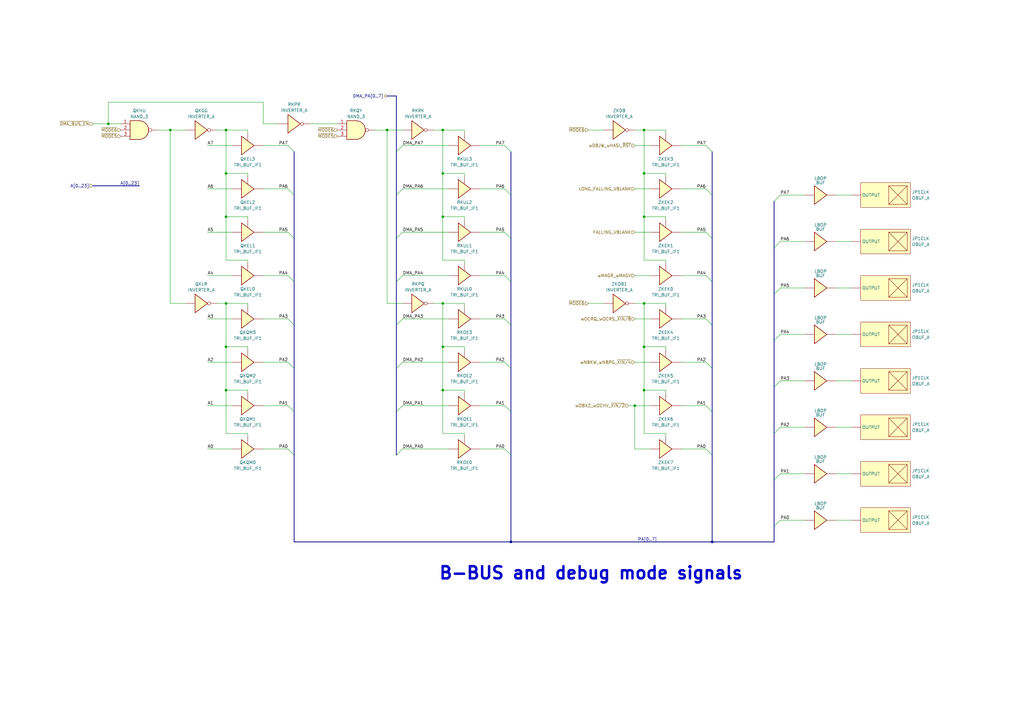
<source format=kicad_sch>
(kicad_sch (version 20230121) (generator eeschema)
  (paper "A3")
  (lib_symbols
    (symbol "Ricoh_Cells:BUF" (pin_numbers hide) (pin_names hide)
      (property "Reference" "U?" (at 0 5.08 0))
      (property "Value" "BUF" (at 0 -5.08 0))
      (symbol "BUF_1_0"
        (polyline (pts (xy -2.54 3.81) (xy -2.54 -3.81) (xy 2.54 0) (xy -2.54 3.81)) (stroke (width 0.254)) (fill (type background)))
        (pin input line (at -6.35 0 0) (length 3.81) (name "~") (number "1"))
        (pin output line (at 6.35 0 180) (length 3.81) (name "~") (number "2"))
      )
    )
    (symbol "Ricoh_Cells:INVERTER_A" (pin_numbers hide) (pin_names hide)
      (property "Reference" "U?" (at 0 5.08 0))
      (property "Value" "INVERTER_A" (at 0 -5.08 0))
      (symbol "INVERTER_A_1_0"
        (polyline (pts (xy -2.54 3.81) (xy -2.54 -3.81) (xy 2.54 0) (xy -2.54 3.81)) (stroke (width 0.254)) (fill (type background)))
        (pin input line (at -6.35 0 0) (length 3.81) (name "~") (number "1"))
        (pin output inverted (at 6.35 0 180) (length 3.81) (name "~") (number "2"))
      )
    )
    (symbol "Ricoh_Cells:NAND_3" (pin_names hide)
      (property "Reference" "U" (at 0 5.08 0))
      (property "Value" "NAND_3" (at 0 -5.08 0))
      (symbol "NAND_3_1_1"
        (arc (start 0 -3.81) (mid 3.7825 0) (end 0 3.81) (stroke (width 0.254)) (fill (type background)))
        (polyline (pts (xy 0 3.81) (xy -3.81 3.81) (xy -3.81 -3.81) (xy 0 -3.81)) (stroke (width 0.254)) (fill (type background)))
        (pin input line (at -7.62 2.54 0) (length 3.81) (name "~") (number "1"))
        (pin input line (at -7.62 0 0) (length 3.81) (name "~") (number "2"))
        (pin input line (at -7.62 -2.54 0) (length 3.81) (name "~") (number "3"))
        (pin output inverted (at 7.62 0 180) (length 3.81) (name "~") (number "4"))
      )
    )
    (symbol "Ricoh_Cells:OBUF_A" (pin_numbers hide)
      (property "Reference" "U" (at 0 6.35 0))
      (property "Value" "OBUF_A" (at 0 -6.35 0))
      (symbol "OBUF_A_0_1"
        (rectangle (start -10.16 5.08) (end 10.16 -5.08) (fill (type background)))
        (rectangle (start -8.89 3.81) (end -1.27 -3.81))
        (polyline (pts (xy -8.89 -3.81) (xy -1.27 3.81)))
        (polyline (pts (xy -1.27 -3.81) (xy -8.89 3.81)))
      )
      (symbol "OBUF_A_1_1"
        (pin input line (at 13.97 0 180) (length 3.81) (name "OUTPUT") (number "1"))
      )
    )
    (symbol "Ricoh_Cells:TRI_BUF_IF1" (pin_numbers hide) (pin_names hide)
      (property "Reference" "U10" (at 0 -5.5325 0))
      (property "Value" "TRI_BUF_IF1" (at 0 -7.4535 0))
      (symbol "TRI_BUF_IF1_1_0"
        (polyline (pts (xy -2.54 3.81) (xy -2.54 -3.81) (xy 2.54 0) (xy -2.54 3.81)) (stroke (width 0.254)) (fill (type background)))
        (pin input line (at -6.35 0 0) (length 3.81) (name "IN") (number "1"))
        (pin input line (at -6.35 0 0) (length 3.81) hide (name "IN") (number "3"))
        (pin tri_state line (at 6.35 0 180) (length 3.81) (name "~") (number "4"))
      )
      (symbol "TRI_BUF_IF1_1_1"
        (pin input line (at 0 5.08 270) (length 3) (name "~{ENA}") (number "2"))
      )
    )
  )
  (junction (at 292.1 222.25))
  (junction (at 92.71 88.9))
  (junction (at 264.16 142.24))
  (junction (at 44.45 50.8))
  (junction (at 92.71 160.02))
  (junction (at 181.61 71.12))
  (junction (at 181.61 124.46))
  (junction (at 264.16 124.46))
  (junction (at 92.71 71.12))
  (junction (at 181.61 142.24))
  (junction (at 264.16 53.34))
  (junction (at 181.61 160.02))
  (junction (at 264.16 88.9))
  (junction (at 260.35 166.37))
  (junction (at 181.61 88.9))
  (junction (at 264.16 160.02))
  (junction (at 69.85 53.34))
  (junction (at 92.71 142.24))
  (junction (at 264.16 71.12))
  (junction (at 181.61 53.34))
  (junction (at 158.75 53.34))
  (junction (at 92.71 124.46))
  (junction (at 209.55 222.25))
  (junction (at 92.71 53.34))
  (bus_entry (at 165.1 77.47) (size -2.54 2.54))
  (bus_entry (at 165.1 148.59) (size -2.54 2.54))
  (bus_entry (at 320.04 175.26) (size -2.54 2.54))
  (bus_entry (at 207.01 113.03) (size 2.54 2.54))
  (bus_entry (at 118.11 95.25) (size 2.54 2.54))
  (bus_entry (at 118.11 184.15) (size 2.54 2.54))
  (bus_entry (at 289.56 148.59) (size 2.54 2.54))
  (bus_entry (at 165.1 95.25) (size -2.54 2.54))
  (bus_entry (at 207.01 148.59) (size 2.54 2.54))
  (bus_entry (at 165.1 184.15) (size -2.54 2.54))
  (bus_entry (at 207.01 130.81) (size 2.54 2.54))
  (bus_entry (at 165.1 166.37) (size -2.54 2.54))
  (bus_entry (at 118.11 59.69) (size 2.54 2.54))
  (bus_entry (at 165.1 130.81) (size -2.54 2.54))
  (bus_entry (at 207.01 95.25) (size 2.54 2.54))
  (bus_entry (at 320.04 99.06) (size -2.54 2.54))
  (bus_entry (at 289.56 130.81) (size 2.54 2.54))
  (bus_entry (at 289.56 95.25) (size 2.54 2.54))
  (bus_entry (at 207.01 166.37) (size 2.54 2.54))
  (bus_entry (at 165.1 113.03) (size -2.54 2.54))
  (bus_entry (at 320.04 137.16) (size -2.54 2.54))
  (bus_entry (at 320.04 80.01) (size -2.54 2.54))
  (bus_entry (at 165.1 59.69) (size -2.54 2.54))
  (bus_entry (at 289.56 77.47) (size 2.54 2.54))
  (bus_entry (at 118.11 113.03) (size 2.54 2.54))
  (bus_entry (at 320.04 156.21) (size -2.54 2.54))
  (bus_entry (at 289.56 184.15) (size 2.54 2.54))
  (bus_entry (at 320.04 194.31) (size -2.54 2.54))
  (bus_entry (at 207.01 77.47) (size 2.54 2.54))
  (bus_entry (at 118.11 77.47) (size 2.54 2.54))
  (bus_entry (at 207.01 184.15) (size 2.54 2.54))
  (bus_entry (at 320.04 213.36) (size -2.54 2.54))
  (bus_entry (at 320.04 118.11) (size -2.54 2.54))
  (bus_entry (at 289.56 166.37) (size 2.54 2.54))
  (bus_entry (at 118.11 166.37) (size 2.54 2.54))
  (bus_entry (at 118.11 148.59) (size 2.54 2.54))
  (bus_entry (at 289.56 59.69) (size 2.54 2.54))
  (bus_entry (at 207.01 59.69) (size 2.54 2.54))
  (bus_entry (at 289.56 113.03) (size 2.54 2.54))
  (bus_entry (at 118.11 130.81) (size 2.54 2.54))
  (wire (pts (xy 101.6 71.12) (xy 92.71 71.12)))
  (bus (pts (xy 162.56 97.79) (xy 162.56 115.57)))
  (wire (pts (xy 190.5 106.68) (xy 181.61 106.68)))
  (bus (pts (xy 292.1 80.01) (xy 292.1 97.79)))
  (wire (pts (xy 101.6 177.8) (xy 92.71 177.8)))
  (wire (pts (xy 181.61 71.12) (xy 181.61 53.34)))
  (wire (pts (xy 273.05 143.51) (xy 273.05 142.24)))
  (wire (pts (xy 279.4 59.69) (xy 289.56 59.69)))
  (wire (pts (xy 190.5 72.39) (xy 190.5 71.12)))
  (bus (pts (xy 120.65 133.35) (xy 120.65 151.13)))
  (wire (pts (xy 279.4 77.47) (xy 289.56 77.47)))
  (wire (pts (xy 264.16 160.02) (xy 264.16 142.24)))
  (bus (pts (xy 292.1 133.35) (xy 292.1 151.13)))
  (wire (pts (xy 196.85 130.81) (xy 207.01 130.81)))
  (wire (pts (xy 101.6 143.51) (xy 101.6 142.24)))
  (bus (pts (xy 209.55 151.13) (xy 209.55 168.91)))
  (wire (pts (xy 196.85 166.37) (xy 207.01 166.37)))
  (wire (pts (xy 165.1 148.59) (xy 184.15 148.59)))
  (wire (pts (xy 279.4 148.59) (xy 289.56 148.59)))
  (wire (pts (xy 190.5 54.61) (xy 190.5 53.34)))
  (bus (pts (xy 162.56 151.13) (xy 162.56 168.91)))
  (wire (pts (xy 273.05 106.68) (xy 264.16 106.68)))
  (bus (pts (xy 317.5 120.65) (xy 317.5 139.7)))
  (bus (pts (xy 292.1 97.79) (xy 292.1 115.57)))
  (wire (pts (xy 181.61 160.02) (xy 190.5 160.02)))
  (bus (pts (xy 317.5 82.55) (xy 317.5 101.6)))
  (wire (pts (xy 273.05 107.95) (xy 273.05 106.68)))
  (bus (pts (xy 292.1 151.13) (xy 292.1 168.91)))
  (wire (pts (xy 107.95 130.81) (xy 118.11 130.81)))
  (wire (pts (xy 264.16 177.8) (xy 264.16 160.02)))
  (wire (pts (xy 330.2 137.16) (xy 320.04 137.16)))
  (wire (pts (xy 95.25 184.15) (xy 85.09 184.15)))
  (wire (pts (xy 158.75 53.34) (xy 153.67 53.34)))
  (wire (pts (xy 330.2 194.31) (xy 320.04 194.31)))
  (wire (pts (xy 273.05 161.29) (xy 273.05 160.02)))
  (wire (pts (xy 241.3 53.34) (xy 247.65 53.34)))
  (bus (pts (xy 292.1 115.57) (xy 292.1 133.35)))
  (bus (pts (xy 162.56 62.23) (xy 162.56 39.37)))
  (bus (pts (xy 317.5 158.75) (xy 317.5 177.8)))
  (wire (pts (xy 260.35 148.59) (xy 266.7 148.59)))
  (wire (pts (xy 330.2 213.36) (xy 320.04 213.36)))
  (bus (pts (xy 120.65 115.57) (xy 120.65 133.35)))
  (wire (pts (xy 69.85 124.46) (xy 69.85 53.34)))
  (wire (pts (xy 260.35 59.69) (xy 266.7 59.69)))
  (bus (pts (xy 120.65 168.91) (xy 120.65 186.69)))
  (wire (pts (xy 101.6 54.61) (xy 101.6 53.34)))
  (bus (pts (xy 162.56 133.35) (xy 162.56 151.13)))
  (wire (pts (xy 260.35 53.34) (xy 264.16 53.34)))
  (bus (pts (xy 209.55 168.91) (xy 209.55 186.69)))
  (bus (pts (xy 38.1 76.2) (xy 57.15 76.2)))
  (bus (pts (xy 292.1 222.25) (xy 317.5 222.25)))
  (wire (pts (xy 190.5 107.95) (xy 190.5 106.68)))
  (wire (pts (xy 107.95 41.91) (xy 44.45 41.91)))
  (wire (pts (xy 64.77 53.34) (xy 69.85 53.34)))
  (wire (pts (xy 190.5 177.8) (xy 181.61 177.8)))
  (wire (pts (xy 349.25 118.11) (xy 342.9 118.11)))
  (wire (pts (xy 273.05 90.17) (xy 273.05 88.9)))
  (wire (pts (xy 181.61 142.24) (xy 181.61 160.02)))
  (wire (pts (xy 107.95 113.03) (xy 118.11 113.03)))
  (wire (pts (xy 184.15 113.03) (xy 165.1 113.03)))
  (wire (pts (xy 330.2 99.06) (xy 320.04 99.06)))
  (wire (pts (xy 44.45 50.8) (xy 49.53 50.8)))
  (wire (pts (xy 273.05 125.73) (xy 273.05 124.46)))
  (bus (pts (xy 317.5 139.7) (xy 317.5 158.75)))
  (wire (pts (xy 158.75 53.34) (xy 165.1 53.34)))
  (wire (pts (xy 190.5 125.73) (xy 190.5 124.46)))
  (wire (pts (xy 92.71 53.34) (xy 101.6 53.34)))
  (wire (pts (xy 349.25 99.06) (xy 342.9 99.06)))
  (bus (pts (xy 120.65 222.25) (xy 209.55 222.25)))
  (bus (pts (xy 162.56 80.01) (xy 162.56 97.79)))
  (wire (pts (xy 273.05 142.24) (xy 264.16 142.24)))
  (wire (pts (xy 273.05 54.61) (xy 273.05 53.34)))
  (wire (pts (xy 95.25 95.25) (xy 85.09 95.25)))
  (wire (pts (xy 196.85 59.69) (xy 207.01 59.69)))
  (wire (pts (xy 101.6 107.95) (xy 101.6 106.68)))
  (bus (pts (xy 317.5 215.9) (xy 317.5 222.25)))
  (wire (pts (xy 165.1 95.25) (xy 184.15 95.25)))
  (wire (pts (xy 107.95 59.69) (xy 118.11 59.69)))
  (wire (pts (xy 165.1 166.37) (xy 184.15 166.37)))
  (wire (pts (xy 101.6 179.07) (xy 101.6 177.8)))
  (bus (pts (xy 209.55 133.35) (xy 209.55 151.13)))
  (wire (pts (xy 330.2 118.11) (xy 320.04 118.11)))
  (bus (pts (xy 120.65 97.79) (xy 120.65 115.57)))
  (wire (pts (xy 69.85 124.46) (xy 76.2 124.46)))
  (bus (pts (xy 120.65 186.69) (xy 120.65 222.25)))
  (wire (pts (xy 181.61 106.68) (xy 181.61 88.9)))
  (wire (pts (xy 349.25 137.16) (xy 342.9 137.16)))
  (wire (pts (xy 196.85 184.15) (xy 207.01 184.15)))
  (bus (pts (xy 209.55 97.79) (xy 209.55 115.57)))
  (bus (pts (xy 158.75 39.37) (xy 162.56 39.37)))
  (wire (pts (xy 92.71 124.46) (xy 92.71 142.24)))
  (wire (pts (xy 349.25 80.01) (xy 342.9 80.01)))
  (wire (pts (xy 101.6 161.29) (xy 101.6 160.02)))
  (wire (pts (xy 95.25 59.69) (xy 85.09 59.69)))
  (wire (pts (xy 38.1 50.8) (xy 44.45 50.8)))
  (wire (pts (xy 44.45 41.91) (xy 44.45 50.8)))
  (wire (pts (xy 266.7 184.15) (xy 260.35 184.15)))
  (wire (pts (xy 260.35 166.37) (xy 260.35 184.15)))
  (wire (pts (xy 196.85 77.47) (xy 207.01 77.47)))
  (bus (pts (xy 317.5 101.6) (xy 317.5 120.65)))
  (wire (pts (xy 181.61 88.9) (xy 181.61 71.12)))
  (bus (pts (xy 317.5 196.85) (xy 317.5 215.9)))
  (wire (pts (xy 349.25 156.21) (xy 342.9 156.21)))
  (wire (pts (xy 190.5 88.9) (xy 181.61 88.9)))
  (bus (pts (xy 120.65 62.23) (xy 120.65 80.01)))
  (wire (pts (xy 260.35 124.46) (xy 264.16 124.46)))
  (bus (pts (xy 292.1 62.23) (xy 292.1 80.01)))
  (wire (pts (xy 260.35 77.47) (xy 266.7 77.47)))
  (wire (pts (xy 330.2 80.01) (xy 320.04 80.01)))
  (bus (pts (xy 162.56 115.57) (xy 162.56 133.35)))
  (wire (pts (xy 181.61 124.46) (xy 181.61 142.24)))
  (bus (pts (xy 292.1 222.25) (xy 292.1 186.69)))
  (wire (pts (xy 107.95 50.8) (xy 114.3 50.8)))
  (bus (pts (xy 162.56 62.23) (xy 162.56 80.01)))
  (wire (pts (xy 101.6 106.68) (xy 92.71 106.68)))
  (bus (pts (xy 209.55 62.23) (xy 209.55 80.01)))
  (wire (pts (xy 273.05 177.8) (xy 264.16 177.8)))
  (wire (pts (xy 101.6 125.73) (xy 101.6 124.46)))
  (wire (pts (xy 107.95 50.8) (xy 107.95 41.91)))
  (bus (pts (xy 209.55 115.57) (xy 209.55 133.35)))
  (wire (pts (xy 107.95 95.25) (xy 118.11 95.25)))
  (wire (pts (xy 92.71 160.02) (xy 101.6 160.02)))
  (wire (pts (xy 273.05 160.02) (xy 264.16 160.02)))
  (bus (pts (xy 120.65 151.13) (xy 120.65 168.91)))
  (bus (pts (xy 209.55 80.01) (xy 209.55 97.79)))
  (wire (pts (xy 92.71 124.46) (xy 101.6 124.46)))
  (bus (pts (xy 209.55 186.69) (xy 209.55 222.25)))
  (bus (pts (xy 209.55 222.25) (xy 292.1 222.25)))
  (wire (pts (xy 101.6 90.17) (xy 101.6 88.9)))
  (wire (pts (xy 264.16 124.46) (xy 273.05 124.46)))
  (wire (pts (xy 181.61 160.02) (xy 181.61 177.8)))
  (wire (pts (xy 349.25 175.26) (xy 342.9 175.26)))
  (wire (pts (xy 92.71 160.02) (xy 92.71 177.8)))
  (wire (pts (xy 264.16 88.9) (xy 264.16 71.12)))
  (wire (pts (xy 279.4 166.37) (xy 289.56 166.37)))
  (wire (pts (xy 279.4 95.25) (xy 289.56 95.25)))
  (wire (pts (xy 165.1 130.81) (xy 184.15 130.81)))
  (wire (pts (xy 264.16 106.68) (xy 264.16 88.9)))
  (wire (pts (xy 349.25 194.31) (xy 342.9 194.31)))
  (wire (pts (xy 165.1 77.47) (xy 184.15 77.47)))
  (wire (pts (xy 190.5 179.07) (xy 190.5 177.8)))
  (wire (pts (xy 95.25 113.03) (xy 85.09 113.03)))
  (wire (pts (xy 165.1 184.15) (xy 184.15 184.15)))
  (wire (pts (xy 177.8 124.46) (xy 181.61 124.46)))
  (wire (pts (xy 107.95 166.37) (xy 118.11 166.37)))
  (wire (pts (xy 190.5 71.12) (xy 181.61 71.12)))
  (wire (pts (xy 158.75 124.46) (xy 165.1 124.46)))
  (wire (pts (xy 181.61 124.46) (xy 190.5 124.46)))
  (wire (pts (xy 95.25 166.37) (xy 85.09 166.37)))
  (wire (pts (xy 273.05 88.9) (xy 264.16 88.9)))
  (wire (pts (xy 330.2 175.26) (xy 320.04 175.26)))
  (wire (pts (xy 92.71 106.68) (xy 92.71 88.9)))
  (wire (pts (xy 260.35 130.81) (xy 266.7 130.81)))
  (wire (pts (xy 107.95 148.59) (xy 118.11 148.59)))
  (wire (pts (xy 92.71 142.24) (xy 92.71 160.02)))
  (wire (pts (xy 95.25 130.81) (xy 85.09 130.81)))
  (wire (pts (xy 196.85 113.03) (xy 207.01 113.03)))
  (bus (pts (xy 120.65 80.01) (xy 120.65 97.79)))
  (wire (pts (xy 190.5 142.24) (xy 181.61 142.24)))
  (wire (pts (xy 273.05 179.07) (xy 273.05 177.8)))
  (wire (pts (xy 279.4 113.03) (xy 289.56 113.03)))
  (wire (pts (xy 196.85 148.59) (xy 207.01 148.59)))
  (wire (pts (xy 257.81 166.37) (xy 260.35 166.37)))
  (wire (pts (xy 279.4 184.15) (xy 289.56 184.15)))
  (wire (pts (xy 95.25 77.47) (xy 85.09 77.47)))
  (wire (pts (xy 279.4 130.81) (xy 289.56 130.81)))
  (wire (pts (xy 260.35 95.25) (xy 266.7 95.25)))
  (wire (pts (xy 158.75 124.46) (xy 158.75 53.34)))
  (wire (pts (xy 330.2 156.21) (xy 320.04 156.21)))
  (wire (pts (xy 101.6 72.39) (xy 101.6 71.12)))
  (bus (pts (xy 162.56 168.91) (xy 162.56 186.69)))
  (wire (pts (xy 264.16 142.24) (xy 264.16 124.46)))
  (wire (pts (xy 264.16 53.34) (xy 273.05 53.34)))
  (wire (pts (xy 190.5 143.51) (xy 190.5 142.24)))
  (wire (pts (xy 92.71 88.9) (xy 92.71 71.12)))
  (wire (pts (xy 190.5 90.17) (xy 190.5 88.9)))
  (wire (pts (xy 266.7 113.03) (xy 260.35 113.03)))
  (wire (pts (xy 127 50.8) (xy 138.43 50.8)))
  (wire (pts (xy 264.16 71.12) (xy 264.16 53.34)))
  (wire (pts (xy 165.1 59.69) (xy 184.15 59.69)))
  (bus (pts (xy 292.1 168.91) (xy 292.1 186.69)))
  (wire (pts (xy 181.61 53.34) (xy 190.5 53.34)))
  (wire (pts (xy 92.71 71.12) (xy 92.71 53.34)))
  (wire (pts (xy 241.3 124.46) (xy 247.65 124.46)))
  (wire (pts (xy 88.9 53.34) (xy 92.71 53.34)))
  (bus (pts (xy 317.5 177.8) (xy 317.5 196.85)))
  (wire (pts (xy 107.95 184.15) (xy 118.11 184.15)))
  (wire (pts (xy 190.5 161.29) (xy 190.5 160.02)))
  (wire (pts (xy 260.35 166.37) (xy 266.7 166.37)))
  (wire (pts (xy 88.9 124.46) (xy 92.71 124.46)))
  (wire (pts (xy 101.6 142.24) (xy 92.71 142.24)))
  (wire (pts (xy 101.6 88.9) (xy 92.71 88.9)))
  (wire (pts (xy 177.8 53.34) (xy 181.61 53.34)))
  (wire (pts (xy 349.25 213.36) (xy 342.9 213.36)))
  (wire (pts (xy 69.85 53.34) (xy 76.2 53.34)))
  (wire (pts (xy 107.95 77.47) (xy 118.11 77.47)))
  (wire (pts (xy 273.05 72.39) (xy 273.05 71.12)))
  (wire (pts (xy 196.85 95.25) (xy 207.01 95.25)))
  (wire (pts (xy 95.25 148.59) (xy 85.09 148.59)))
  (wire (pts (xy 273.05 71.12) (xy 264.16 71.12)))
  (text "B-BUS and debug mode signals" (at 179.705 238.125 0) (effects (font (size 5 5) (thickness 1) bold) (justify left bottom)))
  (label "PA4" (at 320.04 137.16 0))
  (label "PA3" (at 207.01 130.81 180))
  (label "PA3" (at 118.11 130.81 180))
  (label "PA6" (at 207.01 77.47 180))
  (label "A3" (at 85.09 130.81 0))
  (label "PA[0..7]" (at 261.62 222.25 0))
  (label "A5" (at 85.09 95.25 0))
  (label "DMA_PA1" (at 165.1 166.37 0))
  (label "PA7" (at 118.11 59.69 180))
  (label "DMA_PA6" (at 165.1 77.47 0))
  (label "PA6" (at 118.11 77.47 180))
  (label "A7" (at 85.09 59.69 0))
  (label "DMA_PA0" (at 165.1 184.15 0))
  (label "PA4" (at 207.01 113.03 180))
  (label "A[0..23]" (at 57.15 76.2 180))
  (label "PA1" (at 207.01 166.37 180))
  (label "PA2" (at 207.01 148.59 180))
  (label "PA7" (at 320.04 80.01 0))
  (label "DMA_PA5" (at 165.1 95.25 0))
  (label "PA7" (at 289.56 59.69 180))
  (label "PA5" (at 289.56 95.25 180))
  (label "PA0" (at 207.01 184.15 180))
  (label "PA1" (at 320.04 194.31 0))
  (label "DMA_PA3" (at 165.1 130.81 0))
  (label "PA6" (at 289.56 77.47 180))
  (label "PA6" (at 320.04 99.06 0))
  (label "PA5" (at 320.04 118.11 0))
  (label "PA2" (at 118.11 148.59 180))
  (label "DMA_PA4" (at 165.1 113.03 0))
  (label "PA1" (at 289.56 166.37 180))
  (label "DMA_PA2" (at 165.1 148.59 0))
  (label "PA2" (at 320.04 175.26 0))
  (label "PA1" (at 118.11 166.37 180))
  (label "PA5" (at 207.01 95.25 180))
  (label "PA4" (at 118.11 113.03 180))
  (label "PA4" (at 289.56 113.03 180))
  (label "PA0" (at 320.04 213.36 0))
  (label "PA0" (at 118.11 184.15 180))
  (label "PA5" (at 118.11 95.25 180))
  (label "PA2" (at 289.56 148.59 180))
  (label "PA3" (at 289.56 130.81 180))
  (label "DMA_PA7" (at 165.1 59.69 0))
  (label "A2" (at 85.09 148.59 0))
  (label "PA7" (at 207.01 59.69 180))
  (label "A6" (at 85.09 77.47 0))
  (label "A1" (at 85.09 166.37 0))
  (label "A0" (at 85.09 184.15 0))
  (label "PA0" (at 289.56 184.15 180))
  (label "PA3" (at 320.04 156.21 0))
  (label "A4" (at 85.09 113.03 0))
  (hierarchical_label "A[0..23]" (shape input) (at 38.1 76.2 180))
  (hierarchical_label "FALLING_VBLANK" (shape input) (at 260.35 95.25 180))
  (hierarchical_label "~{MODE6}" (shape input) (at 138.43 53.34 180))
  (hierarchical_label "~{MODE6}" (shape input) (at 49.53 53.34 180))
  (hierarchical_label "wDBJW_wHASI_~{RST}" (shape input) (at 260.35 59.69 180))
  (hierarchical_label "wMAGR_wMAGV" (shape input) (at 260.35 113.03 180))
  (hierarchical_label "wOCRQ_wOCRS_~{XIN{slash}8}" (shape input) (at 260.35 130.81 180))
  (hierarchical_label "~{MODE6}" (shape input) (at 241.3 53.34 180))
  (hierarchical_label "LONG_FALLING_VBLANK" (shape input) (at 260.35 77.47 180))
  (hierarchical_label "~{MODE6}" (shape input) (at 241.3 124.46 180))
  (hierarchical_label "~{MODE5}" (shape input) (at 49.53 55.88 180))
  (hierarchical_label "wNBKW_wNBPG_~{XIN{slash}4}" (shape input) (at 260.35 148.59 180))
  (hierarchical_label "DMA_PA[0..7]" (shape tri_state) (at 158.75 39.37 180))
  (hierarchical_label "~{DMA_BUS_EN}" (shape input) (at 38.1 50.8 180))
  (hierarchical_label "wOBXZ_wOCHV_~{XIN{slash}2}" (shape input) (at 257.81 166.37 180))
  (hierarchical_label "~{MODE5}" (shape input) (at 138.43 55.88 180))
  (symbol (lib_id "Ricoh_Cells:TRI_BUF_IF1") (at 190.5 184.15 0) (unit 1)
    (property "Reference" "RKOE0" (at 190.5 189.6801 0))
    (property "Value" "TRI_BUF_IF1" (at 190.5 192.1043 0))
    (instances (project "S-CPU" (path "" (reference "RKOE0") (unit 1)) (path "" (reference "RKOE0") (unit 1)) (path "" (reference "RKOE7") (unit 1)) (path "" (reference "RKOE0") (unit 1))))
  )
  (symbol (lib_id "Ricoh_Cells:TRI_BUF_IF1") (at 273.05 184.15 0) (unit 1)
    (property "Reference" "ZKEK7" (at 273.05 189.6801 0))
    (property "Value" "TRI_BUF_IF1" (at 273.05 192.1043 0))
    (instances (project "S-CPU" (path "" (reference "ZKEK7") (unit 1)) (path "" (reference "TKJG0") (unit 1)) (path "" (reference "ZKEK15") (unit 1)) (path "" (reference "ZKEK7") (unit 1))))
  )
  (symbol (lib_id "Ricoh_Cells:INVERTER_A") (at 254 53.34 0) (unit 1)
    (property "Reference" "ZKDB" (at 254 45.3857 0))
    (property "Value" "INVERTER_A" (at 254 47.8099 0))
    (property "Datasheet" "http://iceboy.a-singer.de/doc/dmg_cells.html#inv_a" (effects hide))
    (instances (project "S-CPU" (path "" (reference "ZKDB") (unit 1)) (path "" (reference "ZKDB") (unit 1)) (path "" (reference "ZKDB2") (unit 1)) (path "" (reference "ZKDB") (unit 1))))
  )
  (symbol (lib_id "Ricoh_Cells:INVERTER_A") (at 82.55 124.46 0) (unit 1)
    (property "Reference" "QKLR" (at 82.55 116.5057 0))
    (property "Value" "INVERTER_A" (at 82.55 118.9299 0))
    (property "Datasheet" "http://iceboy.a-singer.de/doc/dmg_cells.html#inv_a" (effects hide))
    (instances (project "S-CPU" (path "" (reference "QKLR") (unit 1)) (path "" (reference "QKLR") (unit 1)) (path "" (reference "QKLR1") (unit 1)) (path "" (reference "QKLR") (unit 1))))
  )
  (symbol (lib_id "Ricoh_Cells:BUF") (at 336.55 137.16 0) (unit 1)
    (property "Reference" "LBOP" (at 336.55 130.3401 0))
    (property "Value" "BUF" (at 336.55 132.08 0))
    (property "Datasheet" "http://www.ti.com/lit/ds/symlink/cd4010b-q1.pdf" (effects hide))
    (instances (project "S-CPU" (path "" (reference "LBOP") (unit 1)) (path "" (reference "ESGD") (unit 1)) (path "" (reference "LBOP4") (unit 1))))
  )
  (symbol (lib_id "Ricoh_Cells:INVERTER_A") (at 82.55 53.34 0) (unit 1)
    (property "Reference" "QKGG" (at 82.55 45.3857 0))
    (property "Value" "INVERTER_A" (at 82.55 47.8099 0))
    (property "Datasheet" "http://iceboy.a-singer.de/doc/dmg_cells.html#inv_a" (effects hide))
    (instances (project "S-CPU" (path "" (reference "QKGG") (unit 1)) (path "" (reference "QKGG") (unit 1)) (path "" (reference "QKGG1") (unit 1)) (path "" (reference "QKGG") (unit 1))))
  )
  (symbol (lib_id "Ricoh_Cells:INVERTER_A") (at 171.45 53.34 0) (unit 1)
    (property "Reference" "RKRK" (at 171.45 45.3857 0))
    (property "Value" "INVERTER_A" (at 171.45 47.8099 0))
    (property "Datasheet" "http://iceboy.a-singer.de/doc/dmg_cells.html#inv_a" (effects hide))
    (instances (project "S-CPU" (path "" (reference "RKRK") (unit 1)) (path "" (reference "RKRK") (unit 1)) (path "" (reference "RKRK1") (unit 1)) (path "" (reference "RKRK") (unit 1))))
  )
  (symbol (lib_id "Ricoh_Cells:OBUF_A") (at 363.22 194.31 0) (mirror y) (unit 1)
    (property "Reference" "JP1CLK" (at 374.015 193.0979 0) (effects (justify right)))
    (property "Value" "OBUF_A" (at 374.015 195.5221 0) (effects (justify right)))
    (instances (project "S-CPU" (path "" (reference "JP1CLK") (unit 1)) (path "" (reference "JP1CLK") (unit 1)) (path "" (reference "PA1") (unit 1)) (path "" (reference "JP1CLK7") (unit 1))))
  )
  (symbol (lib_id "Ricoh_Cells:TRI_BUF_IF1") (at 273.05 130.81 0) (unit 1)
    (property "Reference" "ZKEK4" (at 273.05 136.3401 0))
    (property "Value" "TRI_BUF_IF1" (at 273.05 138.7643 0))
    (instances (project "S-CPU" (path "" (reference "ZKEK4") (unit 1)) (path "" (reference "TKJG3") (unit 1)) (path "" (reference "ZKEK12") (unit 1)) (path "" (reference "ZKEK4") (unit 1))))
  )
  (symbol (lib_id "Ricoh_Cells:TRI_BUF_IF1") (at 190.5 148.59 0) (unit 1)
    (property "Reference" "RKOE2" (at 190.5 154.1201 0))
    (property "Value" "TRI_BUF_IF1" (at 190.5 156.5443 0))
    (instances (project "S-CPU" (path "" (reference "RKOE2") (unit 1)) (path "" (reference "RKOE2") (unit 1)) (path "" (reference "RKOE5") (unit 1)) (path "" (reference "RKOE2") (unit 1))))
  )
  (symbol (lib_id "Ricoh_Cells:BUF") (at 336.55 194.31 0) (unit 1)
    (property "Reference" "LBOP" (at 336.55 187.4901 0))
    (property "Value" "BUF" (at 336.55 189.23 0))
    (property "Datasheet" "http://www.ti.com/lit/ds/symlink/cd4010b-q1.pdf" (effects hide))
    (instances (project "S-CPU" (path "" (reference "LBOP") (unit 1)) (path "" (reference "ESID") (unit 1)) (path "" (reference "LBOP7") (unit 1))))
  )
  (symbol (lib_id "Ricoh_Cells:TRI_BUF_IF1") (at 190.5 95.25 0) (unit 1)
    (property "Reference" "RKUL1" (at 190.5 100.7801 0))
    (property "Value" "TRI_BUF_IF1" (at 190.5 103.2043 0))
    (instances (project "S-CPU" (path "" (reference "RKUL1") (unit 1)) (path "" (reference "RKUL1") (unit 1)) (path "" (reference "RKUL7") (unit 1)) (path "" (reference "RKUL1") (unit 1))))
  )
  (symbol (lib_id "Ricoh_Cells:TRI_BUF_IF1") (at 101.6 95.25 0) (unit 1)
    (property "Reference" "QKEL1" (at 101.6 100.7801 0))
    (property "Value" "TRI_BUF_IF1" (at 101.6 103.2043 0))
    (instances (project "S-CPU" (path "" (reference "QKEL1") (unit 1)) (path "" (reference "QKEL1") (unit 1)) (path "" (reference "QKEL6") (unit 1)) (path "" (reference "QKEL1") (unit 1))))
  )
  (symbol (lib_id "Ricoh_Cells:NAND_3") (at 57.15 53.34 0) (unit 1)
    (property "Reference" "QKHU" (at 57.1362 45.3857 0))
    (property "Value" "NAND_3" (at 57.1362 47.8099 0))
    (property "Datasheet" "http://iceboy.a-singer.de/doc/dmg_cells.html#nand3" (effects hide))
    (instances (project "S-CPU" (path "" (reference "QKHU") (unit 1)) (path "" (reference "QKHU") (unit 1)) (path "" (reference "QKHU1") (unit 1)) (path "" (reference "QKHU") (unit 1))))
  )
  (symbol (lib_id "Ricoh_Cells:TRI_BUF_IF1") (at 101.6 184.15 0) (unit 1)
    (property "Reference" "QKQM0" (at 101.6 189.6801 0))
    (property "Value" "TRI_BUF_IF1" (at 101.6 192.1043 0))
    (instances (project "S-CPU" (path "" (reference "QKQM0") (unit 1)) (path "" (reference "QKQM0") (unit 1)) (path "" (reference "QKQM7") (unit 1)) (path "" (reference "QKQM0") (unit 1))))
  )
  (symbol (lib_id "Ricoh_Cells:INVERTER_A") (at 120.65 50.8 0) (unit 1)
    (property "Reference" "RKPR" (at 120.65 42.8457 0))
    (property "Value" "INVERTER_A" (at 120.65 45.2699 0))
    (property "Datasheet" "http://iceboy.a-singer.de/doc/dmg_cells.html#inv_a" (effects hide))
    (instances (project "S-CPU" (path "" (reference "RKPR") (unit 1)) (path "" (reference "RKPR") (unit 1)) (path "" (reference "RKPR1") (unit 1)) (path "" (reference "RKPR") (unit 1))))
  )
  (symbol (lib_id "Ricoh_Cells:INVERTER_A") (at 171.45 124.46 0) (unit 1)
    (property "Reference" "RKPQ" (at 171.45 116.5057 0))
    (property "Value" "INVERTER_A" (at 171.45 118.9299 0))
    (property "Datasheet" "http://iceboy.a-singer.de/doc/dmg_cells.html#inv_a" (effects hide))
    (instances (project "S-CPU" (path "" (reference "RKPQ") (unit 1)) (path "" (reference "RKPQ") (unit 1)) (path "" (reference "RKPQ1") (unit 1)) (path "" (reference "RKPQ") (unit 1))))
  )
  (symbol (lib_id "Ricoh_Cells:BUF") (at 336.55 175.26 0) (unit 1)
    (property "Reference" "LBOP" (at 336.55 168.4401 0))
    (property "Value" "BUF" (at 336.55 170.18 0))
    (property "Datasheet" "http://www.ti.com/lit/ds/symlink/cd4010b-q1.pdf" (effects hide))
    (instances (project "S-CPU" (path "" (reference "LBOP") (unit 1)) (path "" (reference "ESHU") (unit 1)) (path "" (reference "LBOP6") (unit 1))))
  )
  (symbol (lib_id "Ricoh_Cells:TRI_BUF_IF1") (at 273.05 77.47 0) (unit 1)
    (property "Reference" "ZKEK2" (at 273.05 83.0001 0))
    (property "Value" "TRI_BUF_IF1" (at 273.05 85.4243 0))
    (instances (project "S-CPU" (path "" (reference "ZKEK2") (unit 1)) (path "" (reference "ZKEK2") (unit 1)) (path "" (reference "ZKEK9") (unit 1)) (path "" (reference "ZKEK2") (unit 1))))
  )
  (symbol (lib_id "Ricoh_Cells:OBUF_A") (at 363.22 213.36 0) (mirror y) (unit 1)
    (property "Reference" "JP1CLK" (at 374.015 212.1479 0) (effects (justify right)))
    (property "Value" "OBUF_A" (at 374.015 214.5721 0) (effects (justify right)))
    (instances (project "S-CPU" (path "" (reference "JP1CLK") (unit 1)) (path "" (reference "JP1CLK") (unit 1)) (path "" (reference "PA0") (unit 1)) (path "" (reference "JP1CLK8") (unit 1))))
  )
  (symbol (lib_id "Ricoh_Cells:TRI_BUF_IF1") (at 101.6 148.59 0) (unit 1)
    (property "Reference" "QKQM2" (at 101.6 154.1201 0))
    (property "Value" "TRI_BUF_IF1" (at 101.6 156.5443 0))
    (instances (project "S-CPU" (path "" (reference "QKQM2") (unit 1)) (path "" (reference "QKQM2") (unit 1)) (path "" (reference "QKQM5") (unit 1)) (path "" (reference "QKQM2") (unit 1))))
  )
  (symbol (lib_id "Ricoh_Cells:OBUF_A") (at 363.22 156.21 0) (mirror y) (unit 1)
    (property "Reference" "JP1CLK" (at 374.015 154.9979 0) (effects (justify right)))
    (property "Value" "OBUF_A" (at 374.015 157.4221 0) (effects (justify right)))
    (instances (project "S-CPU" (path "" (reference "JP1CLK") (unit 1)) (path "" (reference "JP1CLK") (unit 1)) (path "" (reference "PA3") (unit 1)) (path "" (reference "JP1CLK5") (unit 1))))
  )
  (symbol (lib_id "Ricoh_Cells:INVERTER_A") (at 254 124.46 0) (unit 1)
    (property "Reference" "ZKDB1" (at 254 116.5057 0))
    (property "Value" "INVERTER_A" (at 254 118.9299 0))
    (property "Datasheet" "http://iceboy.a-singer.de/doc/dmg_cells.html#inv_a" (effects hide))
    (instances (project "S-CPU" (path "" (reference "ZKDB1") (unit 1)) (path "" (reference "TKIS") (unit 1)) (path "" (reference "ZKDB3") (unit 1)) (path "" (reference "ZKDB1") (unit 1))))
  )
  (symbol (lib_id "Ricoh_Cells:OBUF_A") (at 363.22 118.11 0) (mirror y) (unit 1)
    (property "Reference" "JP1CLK" (at 374.015 116.8979 0) (effects (justify right)))
    (property "Value" "OBUF_A" (at 374.015 119.3221 0) (effects (justify right)))
    (instances (project "S-CPU" (path "" (reference "JP1CLK") (unit 1)) (path "" (reference "JP1CLK") (unit 1)) (path "" (reference "PA5") (unit 1)) (path "" (reference "JP1CLK3") (unit 1))))
  )
  (symbol (lib_id "Ricoh_Cells:TRI_BUF_IF1") (at 273.05 59.69 0) (unit 1)
    (property "Reference" "ZKEK3" (at 273.05 65.2201 0))
    (property "Value" "TRI_BUF_IF1" (at 273.05 67.6443 0))
    (instances (project "S-CPU" (path "" (reference "ZKEK3") (unit 1)) (path "" (reference "ZKEK3") (unit 1)) (path "" (reference "ZKEK8") (unit 1)) (path "" (reference "ZKEK3") (unit 1))))
  )
  (symbol (lib_id "Ricoh_Cells:TRI_BUF_IF1") (at 101.6 77.47 0) (unit 1)
    (property "Reference" "QKEL2" (at 101.6 83.0001 0))
    (property "Value" "TRI_BUF_IF1" (at 101.6 85.4243 0))
    (instances (project "S-CPU" (path "" (reference "QKEL2") (unit 1)) (path "" (reference "QKEL2") (unit 1)) (path "" (reference "QKEL5") (unit 1)) (path "" (reference "QKEL2") (unit 1))))
  )
  (symbol (lib_id "Ricoh_Cells:TRI_BUF_IF1") (at 101.6 113.03 0) (unit 1)
    (property "Reference" "QKEL0" (at 101.6 118.5601 0))
    (property "Value" "TRI_BUF_IF1" (at 101.6 120.9843 0))
    (instances (project "S-CPU" (path "" (reference "QKEL0") (unit 1)) (path "" (reference "QKEL0") (unit 1)) (path "" (reference "QKEL7") (unit 1)) (path "" (reference "QKEL0") (unit 1))))
  )
  (symbol (lib_id "Ricoh_Cells:TRI_BUF_IF1") (at 190.5 166.37 0) (unit 1)
    (property "Reference" "RKOE1" (at 190.5 171.9001 0))
    (property "Value" "TRI_BUF_IF1" (at 190.5 174.3243 0))
    (instances (project "S-CPU" (path "" (reference "RKOE1") (unit 1)) (path "" (reference "RKOE1") (unit 1)) (path "" (reference "RKOE6") (unit 1)) (path "" (reference "RKOE1") (unit 1))))
  )
  (symbol (lib_id "Ricoh_Cells:TRI_BUF_IF1") (at 190.5 130.81 0) (unit 1)
    (property "Reference" "RKOE3" (at 190.5 136.3401 0))
    (property "Value" "TRI_BUF_IF1" (at 190.5 138.7643 0))
    (instances (project "S-CPU" (path "" (reference "RKOE3") (unit 1)) (path "" (reference "RKOE3") (unit 1)) (path "" (reference "RKOE4") (unit 1)) (path "" (reference "RKOE3") (unit 1))))
  )
  (symbol (lib_id "Ricoh_Cells:BUF") (at 336.55 118.11 0) (unit 1)
    (property "Reference" "LBOP" (at 336.55 111.2901 0))
    (property "Value" "BUF" (at 336.55 113.03 0))
    (property "Datasheet" "http://www.ti.com/lit/ds/symlink/cd4010b-q1.pdf" (effects hide))
    (instances (project "S-CPU" (path "" (reference "LBOP") (unit 1)) (path "" (reference "ESDQ") (unit 1)) (path "" (reference "LBOP3") (unit 1))))
  )
  (symbol (lib_id "Ricoh_Cells:TRI_BUF_IF1") (at 273.05 95.25 0) (unit 1)
    (property "Reference" "ZKEK1" (at 273.05 100.7801 0))
    (property "Value" "TRI_BUF_IF1" (at 273.05 103.2043 0))
    (instances (project "S-CPU" (path "" (reference "ZKEK1") (unit 1)) (path "" (reference "ZKEK1") (unit 1)) (path "" (reference "ZKEK10") (unit 1)) (path "" (reference "ZKEK1") (unit 1))))
  )
  (symbol (lib_id "Ricoh_Cells:TRI_BUF_IF1") (at 273.05 148.59 0) (unit 1)
    (property "Reference" "ZKEK5" (at 273.05 154.1201 0))
    (property "Value" "TRI_BUF_IF1" (at 273.05 156.5443 0))
    (instances (project "S-CPU" (path "" (reference "ZKEK5") (unit 1)) (path "" (reference "TKJG2") (unit 1)) (path "" (reference "ZKEK13") (unit 1)) (path "" (reference "ZKEK5") (unit 1))))
  )
  (symbol (lib_id "Ricoh_Cells:TRI_BUF_IF1") (at 190.5 77.47 0) (unit 1)
    (property "Reference" "RKUL2" (at 190.5 83.0001 0))
    (property "Value" "TRI_BUF_IF1" (at 190.5 85.4243 0))
    (instances (project "S-CPU" (path "" (reference "RKUL2") (unit 1)) (path "" (reference "RKUL2") (unit 1)) (path "" (reference "RKUL6") (unit 1)) (path "" (reference "RKUL2") (unit 1))))
  )
  (symbol (lib_id "Ricoh_Cells:TRI_BUF_IF1") (at 273.05 166.37 0) (unit 1)
    (property "Reference" "ZKEK6" (at 273.05 171.9001 0))
    (property "Value" "TRI_BUF_IF1" (at 273.05 174.3243 0))
    (instances (project "S-CPU" (path "" (reference "ZKEK6") (unit 1)) (path "" (reference "TKJG1") (unit 1)) (path "" (reference "ZKEK14") (unit 1)) (path "" (reference "ZKEK6") (unit 1))))
  )
  (symbol (lib_id "Ricoh_Cells:TRI_BUF_IF1") (at 101.6 166.37 0) (unit 1)
    (property "Reference" "QKQM1" (at 101.6 171.9001 0))
    (property "Value" "TRI_BUF_IF1" (at 101.6 174.3243 0))
    (instances (project "S-CPU" (path "" (reference "QKQM1") (unit 1)) (path "" (reference "QKQM1") (unit 1)) (path "" (reference "QKQM6") (unit 1)) (path "" (reference "QKQM1") (unit 1))))
  )
  (symbol (lib_id "Ricoh_Cells:TRI_BUF_IF1") (at 190.5 59.69 0) (unit 1)
    (property "Reference" "RKUL3" (at 190.5 65.2201 0))
    (property "Value" "TRI_BUF_IF1" (at 190.5 67.6443 0))
    (instances (project "S-CPU" (path "" (reference "RKUL3") (unit 1)) (path "" (reference "RKUL3") (unit 1)) (path "" (reference "RKUL5") (unit 1)) (path "" (reference "RKUL3") (unit 1))))
  )
  (symbol (lib_id "Ricoh_Cells:OBUF_A") (at 363.22 175.26 0) (mirror y) (unit 1)
    (property "Reference" "JP1CLK" (at 374.015 174.0479 0) (effects (justify right)))
    (property "Value" "OBUF_A" (at 374.015 176.4721 0) (effects (justify right)))
    (instances (project "S-CPU" (path "" (reference "JP1CLK") (unit 1)) (path "" (reference "JP1CLK") (unit 1)) (path "" (reference "PA2") (unit 1)) (path "" (reference "JP1CLK6") (unit 1))))
  )
  (symbol (lib_id "Ricoh_Cells:NAND_3") (at 146.05 53.34 0) (unit 1)
    (property "Reference" "RKQY" (at 146.0362 45.3857 0))
    (property "Value" "NAND_3" (at 146.0362 47.8099 0))
    (property "Datasheet" "http://iceboy.a-singer.de/doc/dmg_cells.html#nand3" (effects hide))
    (instances (project "S-CPU" (path "" (reference "RKQY") (unit 1)) (path "" (reference "RKQY") (unit 1)) (path "" (reference "RKQY1") (unit 1)) (path "" (reference "RKQY") (unit 1))))
  )
  (symbol (lib_id "Ricoh_Cells:BUF") (at 336.55 80.01 0) (unit 1)
    (property "Reference" "LBOP" (at 336.55 73.1901 0))
    (property "Value" "BUF" (at 336.55 74.93 0))
    (property "Datasheet" "http://www.ti.com/lit/ds/symlink/cd4010b-q1.pdf" (effects hide))
    (instances (project "S-CPU" (path "" (reference "LBOP") (unit 1)) (path "" (reference "ESBW") (unit 1)) (path "" (reference "LBOP1") (unit 1))))
  )
  (symbol (lib_id "Ricoh_Cells:TRI_BUF_IF1") (at 101.6 59.69 0) (unit 1)
    (property "Reference" "QKEL3" (at 101.6 65.2201 0))
    (property "Value" "TRI_BUF_IF1" (at 101.6 67.6443 0))
    (instances (project "S-CPU" (path "" (reference "QKEL3") (unit 1)) (path "" (reference "QKEL3") (unit 1)) (path "" (reference "QKEL4") (unit 1)) (path "" (reference "QKEL3") (unit 1))))
  )
  (symbol (lib_id "Ricoh_Cells:BUF") (at 336.55 156.21 0) (unit 1)
    (property "Reference" "LBOP" (at 336.55 149.3901 0))
    (property "Value" "BUF" (at 336.55 151.13 0))
    (property "Datasheet" "http://www.ti.com/lit/ds/symlink/cd4010b-q1.pdf" (effects hide))
    (instances (project "S-CPU" (path "" (reference "LBOP") (unit 1)) (path "" (reference "ESHE") (unit 1)) (path "" (reference "LBOP5") (unit 1))))
  )
  (symbol (lib_id "Ricoh_Cells:BUF") (at 336.55 99.06 0) (unit 1)
    (property "Reference" "LBOP" (at 336.55 92.2401 0))
    (property "Value" "BUF" (at 336.55 93.98 0))
    (property "Datasheet" "http://www.ti.com/lit/ds/symlink/cd4010b-q1.pdf" (effects hide))
    (instances (project "S-CPU" (path "" (reference "LBOP") (unit 1)) (path "" (reference "ESCQ") (unit 1)) (path "" (reference "LBOP2") (unit 1))))
  )
  (symbol (lib_id "Ricoh_Cells:OBUF_A") (at 363.22 99.06 0) (mirror y) (unit 1)
    (property "Reference" "JP1CLK" (at 374.015 97.8479 0) (effects (justify right)))
    (property "Value" "OBUF_A" (at 374.015 100.2721 0) (effects (justify right)))
    (instances (project "S-CPU" (path "" (reference "JP1CLK") (unit 1)) (path "" (reference "JP1CLK") (unit 1)) (path "" (reference "PA6") (unit 1)) (path "" (reference "JP1CLK2") (unit 1))))
  )
  (symbol (lib_id "Ricoh_Cells:OBUF_A") (at 363.22 80.01 0) (mirror y) (unit 1)
    (property "Reference" "JP1CLK" (at 374.015 78.7979 0) (effects (justify right)))
    (property "Value" "OBUF_A" (at 374.015 81.2221 0) (effects (justify right)))
    (instances (project "S-CPU" (path "" (reference "JP1CLK") (unit 1)) (path "" (reference "JP1CLK") (unit 1)) (path "" (reference "PA7") (unit 1)) (path "" (reference "JP1CLK1") (unit 1))))
  )
  (symbol (lib_id "Ricoh_Cells:TRI_BUF_IF1") (at 273.05 113.03 0) (unit 1)
    (property "Reference" "ZKEK0" (at 273.05 118.5601 0))
    (property "Value" "TRI_BUF_IF1" (at 273.05 120.9843 0))
    (instances (project "S-CPU" (path "" (reference "ZKEK0") (unit 1)) (path "" (reference "ZKEK0") (unit 1)) (path "" (reference "ZKEK11") (unit 1)) (path "" (reference "ZKEK0") (unit 1))))
  )
  (symbol (lib_id "Ricoh_Cells:BUF") (at 336.55 213.36 0) (unit 1)
    (property "Reference" "LBOP" (at 336.55 206.5401 0))
    (property "Value" "BUF" (at 336.55 208.28 0))
    (property "Datasheet" "http://www.ti.com/lit/ds/symlink/cd4010b-q1.pdf" (effects hide))
    (instances (project "S-CPU" (path "" (reference "LBOP") (unit 1)) (path "" (reference "ESLX") (unit 1)) (path "" (reference "LBOP8") (unit 1))))
  )
  (symbol (lib_id "Ricoh_Cells:TRI_BUF_IF1") (at 190.5 113.03 0) (unit 1)
    (property "Reference" "RKUL0" (at 190.5 118.5601 0))
    (property "Value" "TRI_BUF_IF1" (at 190.5 120.9843 0))
    (instances (project "S-CPU" (path "" (reference "RKUL0") (unit 1)) (path "" (reference "RKUL0") (unit 1)) (path "" (reference "RKUL8") (unit 1)) (path "" (reference "RKUL0") (unit 1))))
  )
  (symbol (lib_id "Ricoh_Cells:TRI_BUF_IF1") (at 101.6 130.81 0) (unit 1)
    (property "Reference" "QKQM3" (at 101.6 136.3401 0))
    (property "Value" "TRI_BUF_IF1" (at 101.6 138.7643 0))
    (instances (project "S-CPU" (path "" (reference "QKQM3") (unit 1)) (path "" (reference "QKQM3") (unit 1)) (path "" (reference "QKQM4") (unit 1)) (path "" (reference "QKQM3") (unit 1))))
  )
  (symbol (lib_id "Ricoh_Cells:OBUF_A") (at 363.22 137.16 0) (mirror y) (unit 1)
    (property "Reference" "JP1CLK" (at 374.015 135.9479 0) (effects (justify right)))
    (property "Value" "OBUF_A" (at 374.015 138.3721 0) (effects (justify right)))
    (instances (project "S-CPU" (path "" (reference "JP1CLK") (unit 1)) (path "" (reference "JP1CLK") (unit 1)) (path "" (reference "PA4") (unit 1)) (path "" (reference "JP1CLK4") (unit 1))))
  )
)
</source>
